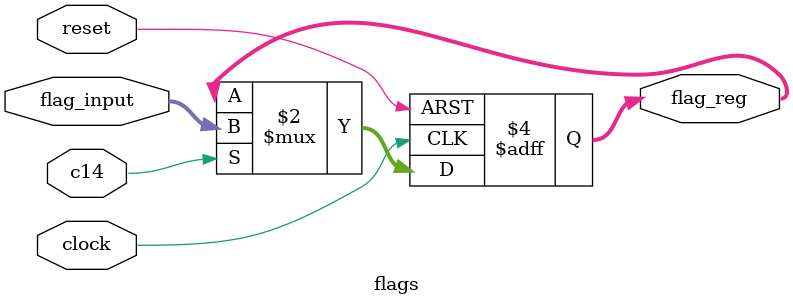
<source format=v>
/*
Flags register

Specifications:
4 bit register that updates every clock cycle where c14 is on, asynch reset
*/

module flags (
    input clock,
    input reset,
    input c14,
    input [3:0] flag_input,
    output reg [3:0] flag_reg
);

always@(posedge clock or posedge reset)
begin
    if(reset)
    begin
        flag_reg <= 4'b0;
    end
    else
    begin
        if(c14)
        begin
            flag_reg <= flag_input;
        end
    end
end

endmodule
</source>
